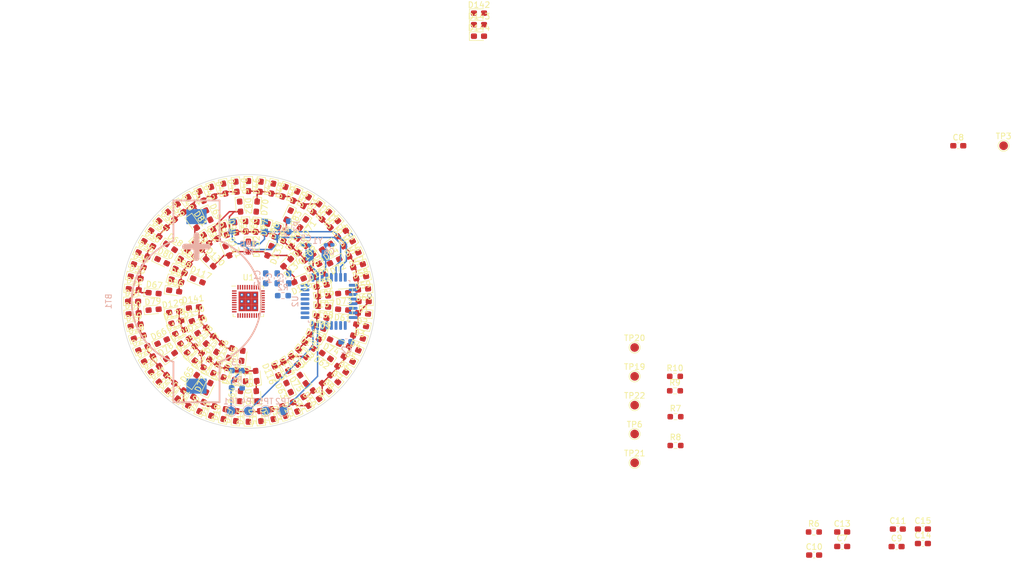
<source format=kicad_pcb>
(kicad_pcb (version 20211014) (generator pcbnew)
  (title_block (title "LED Pocketwatch Hardware") (date "2022-01-01") (rev "1"))
  (layers (0 "F.Cu" signal) (1 "In1.Cu" signal) (2 "In2.Cu" signal) (31 "B.Cu" signal) (34 "B.Paste" user) (35 "F.Paste" user) (36 "B.SilkS" user "B.Silkscreen") (37 "F.SilkS" user "F.Silkscreen") (38 "B.Mask" user) (39 "F.Mask" user) (44 "Edge.Cuts" user))
  (net 0 "")
  (net 1 "+3V3")
  (net 2 "CA1")
  (net 3 "CA2")
  (net 4 "CA3")
  (net 5 "CA4")
  (net 6 "CA5")
  (net 7 "CA6")
  (net 8 "CA7")
  (net 9 "CA8")
  (net 10 "CA9")
  (net 11 "CB1")
  (net 12 "CB2")
  (net 13 "CB3")
  (net 14 "CB4")
  (net 15 "CB5")
  (net 16 "CB6")
  (net 17 "CB7")
  (net 18 "CB8")
  (net 19 "CB9")
  (net 27 "RESET")
  (net 28 "RCC_OSC32_IN")
  (net 29 "RCC_OSC32_OUT")
  (net 30 "BOOT")
  (net 35 "GND")
  (net 36 "LED_EN")
  (net 37 "I2C_PULLUP")
  (net 38 "I2C_SDA")
  (net 39 "I2C_SCL")
  (net 40 "AUDIO_IN")
  (net 41 "AUDIO_IN_SIGAL")
  (net 42 "BTN_IN")
  (net 43 "SYS_WKUP1")
  (net 44 "C_FILT")
  (net 45 "R_EXT")
  (net 46 "INTB")
  (net 47 "SWDIO")
  (net 48 "SWCLK")
  (footprint "LED_SMD:LED_0603_1608Metric_Pad1.05x0.95mm_HandSolder" (layer "F.Cu") (at 132.730493 120.777488 56)
    (fp_text reference "D123")
    (fp_text value "LED")
  )
  (footprint "LED_SMD:LED_0603_1608Metric_Pad1.05x0.95mm_HandSolder" (layer "F.Cu") (at 153.382612 124.862896 132)
    (fp_text reference "D9")
    (fp_text value "LED")
  )
  (footprint "Capacitor_SMD:C_0603_1608Metric_Pad1.08x0.95mm_HandSolder" (layer "F.Cu") (at 257 149.49)
    (fp_text reference "C15")
    (fp_text value "1u n.b.")
  )
  (footprint "LED_SMD:LED_0603_1608Metric_Pad1.05x0.95mm_HandSolder" (layer "F.Cu") (at 133.274117 116.709134 44.92857143)
    (fp_text reference "D138")
    (fp_text value "LED")
  )
  (footprint "LED_SMD:LED_0603_1608Metric_Pad1.05x0.95mm_HandSolder" (layer "F.Cu") (at 137.742574 122.8025 80)
    (fp_text reference "D120")
    (fp_text value "LED")
  )
  (footprint "LED_SMD:LED_0603_1608Metric_Pad1.05x0.95mm_HandSolder" (layer "F.Cu") (at 123.562788 108.561931 -5)
    (fp_text reference "D67")
    (fp_text value "LED")
  )
  (footprint "LED_SMD:LED_0603_1608Metric_Pad1.05x0.95mm_HandSolder" (layer "F.Cu") (at 146.973201 124.954078 115)
    (fp_text reference "D63")
    (fp_text value "LED")
  )
  (footprint "LED_SMD:LED_0603_1608Metric_Pad1.05x0.95mm_HandSolder" (layer "F.Cu") (at 152.715918 107.297149 -168)
    (fp_text reference "D106")
    (fp_text value "LED")
  )
  (footprint "LED_SMD:LED_0603_1608Metric_Pad1.05x0.95mm_HandSolder" (layer "F.Cu") (at 154.954078 116.973201 155)
    (fp_text reference "D74")
    (fp_text value "LED")
  )
  (footprint "LED_SMD:LED_0603_1608Metric_Pad1.05x0.95mm_HandSolder" (layer "F.Cu") (at 146.180339 90.97887 -108)
    (fp_text reference "D49")
    (fp_text value "LED")
  )
  (footprint "LED_SMD:LED_0603_1608Metric_Pad1.05x0.95mm_HandSolder" (layer "F.Cu") (at 144.869885 122.05339 112)
    (fp_text reference "D116")
    (fp_text value "LED")
  )
  (footprint "LED_SMD:LED_0603_1608Metric_Pad1.05x0.95mm_HandSolder" (layer "F.Cu") (at 125.137104 123.382612 42)
    (fp_text reference "D24")
    (fp_text value "LED")
  )
  (footprint "LED_SMD:LED_0603_1608Metric_Pad1.05x0.95mm_HandSolder" (layer "F.Cu") (at 128.975375 116.88895 32)
    (fp_text reference "D126")
    (fp_text value "LED")
  )
  (footprint "LED_SMD:LED_0603_1608Metric_Pad1.05x0.95mm_HandSolder" (layer "F.Cu") (at 158.270909 118.134732 156)
    (fp_text reference "D5")
    (fp_text value "LED")
  )
  (footprint "LED_SMD:LED_0603_1608Metric_Pad1.05x0.95mm_HandSolder" (layer "F.Cu") (at 127.503598 106.416715 -16)
    (fp_text reference "D87")
    (fp_text value "LED")
  )
  (footprint "LED_SMD:LED_0603_1608Metric_Pad1.05x0.95mm_HandSolder" (layer "F.Cu") (at 136.364508 101.223145 -67.5)
    (fp_text reference "D131")
    (fp_text value "LED")
  )
  (footprint "LED_SMD:LED_0603_1608Metric_Pad1.05x0.95mm_HandSolder" (layer "F.Cu") (at 141.35887 122.928784 96)
    (fp_text reference "D118")
    (fp_text value "LED")
  )
  (footprint "LED_SMD:LED_0603_1608Metric_Pad1.05x0.95mm_HandSolder" (layer "F.Cu") (at 148.776855 106.364508 -157.5)
    (fp_text reference "D135")
    (fp_text value "LED")
  )
  (footprint "LED_SMD:LED_0603_1608Metric_Pad1.05x0.95mm_HandSolder" (layer "F.Cu") (at 131.223145 106.364508 -22.5)
    (fp_text reference "D117")
    (fp_text value "LED")
  )
  (footprint "LED_SMD:LED_0603_1608Metric_Pad1.05x0.95mm_HandSolder" (layer "F.Cu") (at 159.890437 107.909431 -174)
    (fp_text reference "D60")
    (fp_text value "LED")
  )
  (footprint "LED_SMD:LED_0603_1608Metric_Pad1.05x0.95mm_HandSolder" (layer "F.Cu") (at 143.635492 101.223145 -112.5)
    (fp_text reference "D133")
    (fp_text value "LED")
  )
  (footprint "Resistor_SMD:R_0603_1608Metric_Pad0.98x0.95mm_HandSolder" (layer "F.Cu") (at 214.0875 135)
    (fp_text reference "R8")
    (fp_text value "100k")
  )
  (footprint "LED_SMD:LED_0603_1608Metric_Pad1.05x0.95mm_HandSolder" (layer "F.Cu") (at 126.483992 119.464011 35)
    (fp_text reference "D78")
    (fp_text value "LED")
  )
  (footprint "LED_SMD:LED_0603_1608Metric_Pad1.05x0.95mm_HandSolder" (layer "F.Cu") (at 159.02113 116.180339 162)
    (fp_text reference "D4")
    (fp_text value "LED")
  )
  (footprint "LED_SMD:LED_0603_1608Metric_Pad1.05x0.95mm_HandSolder" (layer "F.Cu") (at 146.717514 103.282486 -135)
    (fp_text reference "D134")
    (fp_text value "LED")
  )
  (footprint "TestPoint:TestPoint_Pad_D1.5mm" (layer "F.Cu") (at 207 128)
    (fp_text reference "TP22")
    (fp_text value "TestPoint")
  )
  (footprint "LED_SMD:LED_0603_1608Metric_Pad1.05x0.95mm_HandSolder" (layer "F.Cu") (at 144.158233 90.437048 -102)
    (fp_text reference "D48")
    (fp_text value "LED")
  )
  (footprint "LED_SMD:LED_0603_1608Metric_Pad1.05x0.95mm_HandSolder" (layer "F.Cu") (at 148.134732 91.729091 -114)
    (fp_text reference "D50")
    (fp_text value "LED")
  )
  (footprint "LED_SMD:LED_0603_1608Metric_Pad1.05x0.95mm_HandSolder" (layer "F.Cu") (at 123.562788 111.438069 5)
    (fp_text reference "D79")
    (fp_text value "LED")
  )
  (footprint "LED_SMD:LED_0603_1608Metric_Pad1.05x0.95mm_HandSolder" (layer "F.Cu") (at 151.478318 116.10313 152)
    (fp_text reference "D111")
    (fp_text value "LED")
  )
  (footprint "LED_SMD:LED_0603_1608Metric_Pad1.05x0.95mm_HandSolder" (layer "F.Cu") (at 156.437212 111.438069 175)
    (fp_text reference "D61")
    (fp_text value "LED")
  )
  (footprint "LED_SMD:LED_0603_1608Metric_Pad1.05x0.95mm_HandSolder" (layer "F.Cu") (at 130.041423 101.643762 -40)
    (fp_text reference "D90")
    (fp_text value "LED")
  )
  (footprint "LED_SMD:LED_0603_1608Metric_Pad1.05x0.95mm_HandSolder" (layer "F.Cu") (at 120.109563 112.090569 6)
    (fp_text reference "D30")
    (fp_text value "LED")
  )
  (footprint "LED_SMD:LED_0603_1608Metric_Pad1.05x0.95mm_HandSolder" (layer "F.Cu") (at 130 92.679492 -60)
    (fp_text reference "D41")
    (fp_text value "LED")
  )
  (footprint "LED_SMD:LED_0603_1608Metric_Pad1.05x0.95mm_HandSolder" (layer "F.Cu") (at 159.02113 103.819661 -162)
    (fp_text reference "D58")
    (fp_text value "LED")
  )
  (footprint "LED_SMD:LED_0603_1608Metric_Pad1.05x0.95mm_HandSolder" (layer "F.Cu") (at 120.109563 107.909431 -6)
    (fp_text reference "D32")
    (fp_text value "LED")
  )
  (footprint "LED_SMD:LED_0603_1608Metric_Pad1.05x0.95mm_HandSolder" (layer "F.Cu") (at 128.244295 126.180339 54)
    (fp_text reference "D22")
    (fp_text value "LED")
  )
  (footprint "LED_SMD:LED_0603_1608Metric_Pad1.05x0.95mm_HandSolder" (layer "F.Cu") (at 154.862896 123.382612 138)
    (fp_text reference "D8")
    (fp_text value "LED")
  )
  (footprint "LED_SMD:LED_0603_1608Metric_Pad1.05x0.95mm_HandSolder" (layer "F.Cu") (at 120.97887 103.819661 -18)
    (fp_text reference "D34")
    (fp_text value "LED")
  )
  (footprint "LED_SMD:LED_0603_1608Metric_Pad1.05x0.95mm_HandSolder" (layer "F.Cu") (at 153.382612 95.137104 -132)
    (fp_text reference "D53")
    (fp_text value "LED")
  )
  (footprint "LED_SMD:LED_0603_1608Metric_Pad1.05x0.95mm_HandSolder" (layer "F.Cu") (at 135.98278 122.363734 72)
    (fp_text reference "D121")
    (fp_text value "LED")
  )
  (footprint "LED_SMD:LED_0603_1608Metric_Pad1.05x0.95mm_HandSolder" (layer "F.Cu") (at 122.679492 100.000001 -30)
    (fp_text reference "D36")
    (fp_text value "LED")
  )
  (footprint "LED_SMD:LED_0603_1608Metric_Pad1.05x0.95mm_HandSolder" (layer "F.Cu") (at 159.562952 114.158233 168)
    (fp_text reference "D3")
    (fp_text value "LED")
  )
  (footprint "LED_SMD:LED_0603_1608Metric_Pad1.05x0.95mm_HandSolder" (layer "F.Cu") (at 120.437048 105.841767 -12)
    (fp_text reference "D33")
    (fp_text value "LED")
  )
  (footprint "LED_SMD:LED_0603_1608Metric_Pad1.05x0.95mm_HandSolder" (layer "F.Cu") (at 150 127.320508 120)
    (fp_text reference "D11")
    (fp_text value "LED")
  )
  (footprint "LED_SMD:LED_0603_1608Metric_Pad1.05x0.95mm_HandSolder" (layer "F.Cu") (at 138.561931 126.437212 85)
    (fp_text reference "D64")
    (fp_text value "LED")
  )
  (footprint "LED_SMD:LED_0603_1608Metric_Pad1.05x0.95mm_HandSolder" (layer "F.Cu") (at 122.679492 120 30)
    (fp_text reference "D26")
    (fp_text value "LED")
  )
  (footprint "LED_SMD:LED_0603_1608Metric_Pad1.05x0.95mm_HandSolder" (layer "F.Cu") (at 141.35887 97.071216 -96)
    (fp_text reference "D97")
    (fp_text value "LED")
  )
  (footprint "LED_SMD:LED_0603_1608Metric_Pad1.05x0.95mm_HandSolder" (layer "F.Cu") (at 142.090569 90.109563 -96)
    (fp_text reference "D47")
    (fp_text value "LED")
  )
  (footprint "LED_SMD:LED_0603_1608Metric_Pad1.05x0.95mm_HandSolder" (layer "F.Cu") (at 121.729091 101.865268 -24)
    (fp_text reference "D35")
    (fp_text value "LED")
  )
  (footprint "LED_SMD:LED_0603_1608Metric_Pad1.05x0.95mm_HandSolder" (layer "F.Cu") (at 153.516008 100.535989 -145)
    (fp_text reference "D84")
    (fp_text value "LED")
  )
  (footprint "LED_SMD:LED_0603_1608Metric_Pad1.05x0.95mm_HandSolder" (layer "F.Cu") (at 123.819661 121.755705 36)
    (fp_text reference "D25")
    (fp_text value "LED")
  )
  (footprint "LED_SMD:LED_0603_1608Metric_Pad1.05x0.95mm_HandSolder" (layer "F.Cu") (at 140 100.5 -90)
    (fp_text reference "D132")
    (fp_text value "LED")
  )
  (footprint "LED_SMD:LED_0603_1608Metric_Pad1.05x0.95mm_HandSolder" (layer "F.Cu") (at 157.320508 119.999999 150)
    (fp_text reference "D6")
    (fp_text value "LED")
  )
  (footprint "LED_SMD:LED_0603_1608Metric_Pad1.05x0.95mm_HandSolder" (layer "F.Cu") (at 151.755705 93.819661 -126)
    (fp_text reference "D52")
    (fp_text value "LED")
  )
  (footprint "LED_SMD:LED_0603_1608Metric_Pad1.05x0.95mm_HandSolder" (layer "F.Cu") (at 151.755705 126.180339 126)
    (fp_text reference "D10")
    (fp_text value "LED")
  )
  (footprint "LED_SMD:LED_0603_1608Metric_Pad1.05x0.95mm_HandSolder" (layer "F.Cu") (at 139.546307 97.00792 -88)
    (fp_text reference "D96")
    (fp_text value "LED")
  )
  (footprint "LED_SMD:LED_0603_1608Metric_Pad1.05x0.95mm_HandSolder" (layer "F.Cu") (at 148.134732 128.270909 114)
    (fp_text reference "D12")
    (fp_text value "LED")
  )
  (footprint "LED_SMD:LED_0603_1608Metric_Pad1.05x0.95mm_HandSolder" (layer "F.Cu") (at 134.935672 118.037572 57.78571429)
    (fp_text reference "D137")
    (fp_text value "LED")
  )
  (footprint "LED_SMD:LED_0603_1608Metric_Pad1.05x0.95mm_HandSolder" (layer "F.Cu") (at 159.562952 105.841767 -168)
    (fp_text reference "D59")
    (fp_text value "LED")
  )
  (footprint "LED_SMD:LED_0603_1608Metric_Pad1.05x0.95mm_HandSolder" (layer "F.Cu") (at 146.180339 129.02113 108)
    (fp_text reference "D13")
    (fp_text value "LED")
  )
  (footprint "LED_SMD:LED_0603_1608Metric_Pad1.05x0.95mm_HandSolder" (layer "F.Cu") (at 131.865268 128.270909 66)
    (fp_text reference "D20")
    (fp_text value "LED")
  )
  (footprint "LED_SMD:LED_0603_1608Metric_Pad1.05x0.95mm_HandSolder" (layer "F.Cu") (at 135.841767 129.562952 78)
    (fp_text reference "D18")
    (fp_text value "LED")
  )
  (footprint "LED_SMD:LED_0603_1608Metric_Pad1.05x0.95mm_HandSolder" (layer "F.Cu") (at 133.282486 103.282486 -45)
    (fp_text reference "D130")
    (fp_text value "LED")
  )
  (footprint "LED_SMD:LED_0603_1608Metric_Pad1.05x0.95mm_HandSolder" (layer "F.Cu") (at 152.968332 109.093166 -176)
    (fp_text reference "D107")
    (fp_text value "LED")
  )
  (footprint "LED_SMD:LED_0603_1608Metric_Pad1.05x0.95mm_HandSolder" (layer "F.Cu") (at 127.126516 108.19075 -8)
    (fp_text reference "D86")
    (fp_text value "LED")
  )
  (footprint "LED_SMD:LED_0603_1608Metric_Pad1.05x0.95mm_HandSolder" (layer "F.Cu") (at 150.51722 102.358792 -144)
    (fp_text reference "D103")
    (fp_text value "LED")
  )
  (footprint "LED_SMD:LED_0603_1608Metric_Pad1.05x0.95mm_HandSolder" (layer "F.Cu") (at 156.180339 121.755705 144)
    (fp_text reference "D7")
    (fp_text value "LED")
  )
  (footprint "LED_SMD:LED_0603_1608Metric_Pad1.05x0.95mm_HandSolder" (layer "F.Cu") (at 131.301303 119.660882 48)
    (fp_text reference "D124")
    (fp_text value "LED")
  )
  (footprint "LED_SMD:LED_0603_1608Metric_Pad1.05x0.95mm_HandSolder" (layer "F.Cu") (at 137.909431 129.890437 84)
    (fp_text reference "D17")
    (fp_text value "LED")
  )
  (footprint "LED_SMD:LED_0603_1608Metric_Pad1.05x0.95mm_HandSolder" (layer "F.Cu") (at 157.320508 100 -150)
    (fp_text reference "D56")
    (fp_text value "LED")
  )
  (footprint "LED_SMD:LED_0603_1608Metric_Pad1.05x0.95mm_HandSolder" (layer "F.Cu") (at 154.954078 103.026799 -155)
    (fp_text reference "D72")
    (fp_text value "LED")
  )
  (footprint "LED_SMD:LED_0603_1608Metric_Pad1.05x0.95mm_HandSolder" (layer "F.Cu") (at 125.045922 116.973201 25)
    (fp_text reference "D66")
    (fp_text value "LED")
  )
  (footprint "Capacitor_SMD:C_0603_1608Metric_Pad1.08x0.95mm_HandSolder" (layer "F.Cu") (at 252.65 149.49)
    (fp_text reference "C11")
    (fp_text value "100n n.b.")
  )
  (footprint "Capacitor_SMD:C_0603_1608Metric_Pad1.08x0.95mm_HandSolder" (layer "F.Cu") (at 263.1375 83)
    (fp_text reference "C8")
    (fp_text value "220n n.b.")
  )
  (footprint "LED_SMD:LED_0603_1608Metric_Pad1.05x0.95mm_HandSolder" (layer "F.Cu") (at 138.92457 119.438932 83.5)
    (fp_text reference "D85")
    (fp_text value "LED")
  )
  (footprint "LED_SMD:LED_0603_1608Metric_Pad1.05x0.95mm_HandSolder" (layer "F.Cu") (at 121.729091 118.134732 24)
    (fp_text reference "D27")
    (fp_text value "LED")
  )
  (footprint "Resistor_SMD:R_0603_1608Metric_Pad0.98x0.95mm_HandSolder" (layer "F.Cu") (at 214 125.51)
    (fp_text reference "R9")
    (fp_text value "10k")
  )
  (footprint "LED_SMD:LED_0603_1608Metric_Pad1.05x0.95mm_HandSolder" (layer "F.Cu") (at 120.97887 116.180339 18)
    (fp_text reference "D28")
    (fp_text value "LED")
  )
  (footprint "LED_SMD:LED_0603_1608Metric_Pad1.05x0.95mm_HandSolder" (layer "F.Cu") (at 152.715918 112.702851 168)
    (fp_text reference "D109")
    (fp_text value "LED")
  )
  (footprint "TestPoint:TestPoint_Pad_D1.5mm" (layer "F.Cu") (at 207 133)
    (fp_text reference "TP6")
    (fp_text value "TestPoint")
  )
  (footprint "LED_SMD:LED_0603_1608Metric_Pad1.05x0.95mm_HandSolder" (layer "F.Cu") (at 128.975375 103.11105 -32)
    (fp_text reference "D89")
    (fp_text value "LED")
  )
  (footprint "LED_SMD:LED_0603_1608Metric_Pad1.05x0.95mm_HandSolder" (layer "F.Cu") (at 132.730493 99.222512 -56)
    (fp_text reference "D92")
    (fp_text value "LED")
  )
  (footprint "LED_SMD:LED_0603_1608Metric_Pad1.05x0.95mm_HandSolder" (layer "F.Cu") (at 148.003599 120.244139 128)
    (fp_text reference "D114")
    (fp_text value "LED")
  )
  (footprint "TestPoint:TestPoint_Pad_D1.5mm" (layer "F.Cu") (at 271 83)
    (fp_text reference "TP3")
    (fp_text value "TestPoint")
  )
  (footprint "LED_SMD:LED_0603_1608Metric_Pad1.05x0.95mm_HandSolder" (layer "F.Cu") (at 125.045922 103.026799 -25)
    (fp_text reference "D80")
    (fp_text value "LED")
  )
  (footprint "Capacitor_SMD:C_0603_1608Metric_Pad1.08x0.95mm_HandSolder" (layer "F.Cu") (at 243 152.51)
    (fp_text reference "C7")
    (fp_text value "100n")
  )
  (footprint "LED_SMD:LED_0603_1608Metric_Pad1.05x0.95mm_HandSolder" (layer "F.Cu") (at 180 62)
    (fp_text reference "D143")
    (fp_text value "LED")
  )
  (footprint "LED_SMD:LED_0603_1608Metric_Pad1.05x0.95mm_HandSolder" (layer "F.Cu") (at 149.351417 100.969442 -136)
    (fp_text reference "D102")
    (fp_text value "LED")
  )
  (footprint "LED_SMD:LED_0603_1608Metric_Pad1.05x0.95mm_HandSolder" (layer "F.Cu") (at 149.999999 92.679492 -120)
    (fp_text reference "D51")
    (fp_text value "LED")
  )
  (footprint "LED_SMD:LED_0603_1608Metric_Pad1.05x0.95mm_HandSolder" (layer "F.Cu") (at 146.973201 95.045922 -115)
    (fp_text reference "D83")
    (fp_text value "LED")
  )
  (footprint "Capacitor_SMD:C_0603_1608Metric_Pad1.08x0.95mm_HandSolder" (layer "F.Cu") (at 257 152)
    (fp_text reference "C14")
    (fp_text value "1u n.b.")
  )
  (footprint "LED_SMD:LED_0603_1608Metric_Pad1.05x0.95mm_HandSolder" (layer "F.Cu") (at 144.158233 129.562952 102)
    (fp_text reference "D14")
    (fp_text value "LED")
  )
  (footprint "LED_SMD:LED_0603_1608Metric_Pad1.05x0.95mm_HandSolder" (layer "F.Cu") (at 141.438069 93.562788 -95)
    (fp_text reference "D70")
    (fp_text value "LED")
  )
  (footprint "Resistor_SMD:R_0603_1608Metric_Pad0.98x0.95mm_HandSolder" (layer "F.Cu") (at 238.0875 150)
    (fp_text reference "R6")
    (fp_text value "20k")
  )
  (footprint "Capacitor_SMD:C_0603_1608Metric_Pad1.08x0.95mm_HandSolder" (layer "F.Cu") (at 252.4375 152.53)
    (fp_text reference "C9")
    (fp_text value "100n n.b.")
  )
  (footprint "LED_SMD:LED_0603_1608Metric_Pad1.05x0.95mm_HandSolder" (layer "F.Cu") (at 133.026799 124.954078 65)
    (fp_text reference "D77")
    (fp_text value "LED")
  )
  (footprint "LED_SMD:LED_0603_1608Metric_Pad1.05x0.95mm_HandSolder" (layer "F.Cu") (at 137.742574 97.1975 -80)
    (fp_text reference "D95")
    (fp_text value "LED")
  )
  (footprint "LED_SMD:LED_0603_1608Metric_Pad1.05x0.95mm_HandSolder" (layer "F.Cu") (at 126.483992 100.535989 -35)
    (fp_text reference "D68")
    (fp_text value "LED")
  )
  (footprint "LED_SMD:LED_0603_1608Metric_Pad1.05x0.95mm_HandSolder" (layer "F.Cu") (at 140 90 -90)
    (fp_text reference "D46")
    (fp_text value "LED")
  )
  (footprint "LED_SMD:LED_0603_1608Metric_Pad1.05x0.95mm_HandSolder" (layer "F.Cu") (at 153.516008 119.464011 145)
    (fp_text reference "D62")
    (fp_text value "LED")
  )
  (footprint "LED_SMD:LED_0603_1608Metric_Pad1.05x0.95mm_HandSolder" (layer "F.Cu") (at 131.949826 115.044272 32.07142857)
    (fp_text reference "D139")
    (fp_text value "LED")
  )
  (footprint "LED_SMD:LED_0603_1608Metric_Pad1.05x0.95mm_HandSolder" (layer "F.Cu") (at 127.503598 113.583285 16)
    (fp_text reference "D128")
    (fp_text value "LED")
  )
  (footprint "LED_SMD:LED_0603_1608Metric_Pad1.05x0.95mm_HandSolder" (layer "F.Cu") (at 152.216004 105.553739 -160)
    (fp_text reference "D105")
    (fp_text value "LED")
  )
  (footprint "LED_SMD:LED_0603_1608Metric_Pad1.05x0.95mm_HandSolder" (layer "F.Cu") (at 127.126516 111.80925 8)
    (fp_text reference "D129")
    (fp_text value "LED")
  )
  (footprint "Resistor_SMD:R_0603_1608Metric_Pad0.98x0.95mm_HandSolder" (layer "F.Cu") (at 214.0875 130)
    (fp_text reference "R7")
    (fp_text value "10k")
  )
  (footprint "LED_SMD:LED_0603_1608Metric_Pad1.05x0.95mm_HandSolder" (layer "F.Cu") (at 125.137104 96.617388 -42)
    (fp_text reference "D38")
    (fp_text value "LED")
  )
  (footprint "LED_SMD:LED_0603_1608Metric_Pad1.05x0.95mm_HandSolder" (layer "F.Cu") (at 154.862896 96.617388 -138)
    (fp_text reference "D54")
    (fp_text value "LED")
  )
  (footprint "LED_SMD:LED_0603_1608Metric_Pad1.05x0.95mm_HandSolder" (layer "F.Cu") (at 152.216004 114.446261 160)
    (fp_text reference "D110")
    (fp_text value "LED")
  )
  (footprint "LED_SMD:LED_0603_1608Metric_Pad1.05x0.95mm_HandSolder" (layer "F.Cu") (at 146.5 121.25833 120)
    (fp_text reference "D115")
    (fp_text value "LED")
  )
  (footprint "LED_SMD:LED_0603_1608Metric_Pad1.05x0.95mm_HandSolder" (layer "F.Cu") (at 130.535989 96.483992 -55)
    (fp_text reference "D81")
    (fp_text value "LED")
  )
  (footprint "TestPoint:TestPoint_Pad_D1.5mm" (layer "F.Cu") (at 207 138)
    (fp_text reference "TP21")
    (fp_text value "TestPoint")
  )
  (footprint "LED_SMD:LED_0603_1608Metric_Pad1.05x0.95mm_HandSolder" (layer "F.Cu") (at 130.558416 111.051892 6.357142857)
    (fp_text reference "D141")
    (fp_text value "LED")
  )
  (footprint "LED_SMD:LED_0603_1608Metric_Pad1.05x0.95mm_HandSolder" (layer "F.Cu") (at 139.546307 122.99208 88)
    (fp_text reference "D119")
    (fp_text value "LED")
  )
  (footprint "Resistor_SMD:R_0603_1608Metric_Pad0.98x0.95mm_HandSolder" (layer "F.Cu") (at 214 123)
    (fp_text reference "R10")
    (fp_text value "100k")
  )
  (footprint "LED_SMD:LED_0603_1608Metric_Pad1.05x0.95mm_HandSolder" (layer "F.Cu") (at 144.869885 97.94661 -112)
    (fp_text reference "D99")
    (fp_text value "LED")
  )
  (footprint "LED_SMD:LED_0603_1608Metric_Pad1.05x0.95mm_HandSolder" (layer "F.Cu") (at 134.301176 98.315678 -64)
    (fp_text reference "D93")
    (fp_text value "LED")
  )
  (footprint "TestPoint:TestPoint_Pad_D1.5mm" (layer "F.Cu") (at 207 118)
    (fp_text reference "TP20")
    (fp_text value "TestPoint")
  )
  (footprint "Capacitor_SMD:C_0603_1608Metric_Pad1.08x0.95mm_HandSolder" (layer "F.Cu") (at 238.1375 154)
    (fp_text reference "C10")
    (fp_text value "100n")
  )
  (footprint "LED_SMD:LED_0603_1608Metric_Pad1.05x0.95mm_HandSolder" (layer "F.Cu") (at 131.029204 113.126469 19.21428571)
    (fp_text reference "D140")
    (fp_text value "LED")
  )
  (footprint "LED_SMD:LED_0603_1608Metric_Pad1.05x0.95mm_HandSolder" (layer "F.Cu") (at 134.301176 121.684322 64)
    (fp_text reference "D122")
    (fp_text value "LED")
  )
  (footprint "LED_SMD:LED_0603_1608Metric_Pad1.05x0.95mm_HandSolder" (layer "F.Cu") (at 156.180339 98.244295 -144)
    (fp_text reference "D55")
    (fp_text value "LED")
  )
  (footprint "LED_SMD:LED_0603_1608Metric_Pad1.05x0.95mm_HandSolder" (layer "F.Cu") (at 135.98278 97.636266 -72)
    (fp_text reference "D94")
    (fp_text value "LED")
  )
  (footprint "LED_SMD:LED_0603_1608Metric_Pad1.05x0.95mm_HandSolder" (layer "F.Cu") (at 130.000001 127.320508 60)
    (fp_text reference "D21")
    (fp_text value "LED")
  )
  (footprint "LED_SMD:LED_0603_1608Metric_Pad1.05x0.95mm_HandSolder" (layer "F.Cu") (at 137.909431 90.109563 -84)
    (fp_text reference "D45")
    (fp_text value "LED")
  )
  (footprint "LED_SMD:LED_0603_1608Metric_Pad1.05x0.95mm_HandSolder" (layer "F.Cu") (at 120 110)
    (fp_text reference "D31")
    (fp_text value "LED")
  )
  (footprint "LED_SMD:LED_0603_1608Metric_Pad1.05x0.95mm_HandSolder" (layer "F.Cu") (at 142.090569 129.890437 96)
    (fp_text reference "D15")
    (fp_text value "LED")
  )
  (footprint "TestPoint:TestPoint_Pad_D1.5mm" (layer "F.Cu") (at 207 123)
    (fp_text reference "TP19")
    (fp_text value "TestPoint")
  )
  (footprint "LED_PW_HW_Library:IS31FL3732A" (layer "F.Cu") (at 140 110)
    (fp_text reference "U1")
    (fp_text value "IS31FL3732A")
  )
  (footprint "LED_SMD:LED_0603_1608Metric_Pad1.05x0.95mm_HandSolder" (layer "F.Cu") (at 140 130 90)
    (fp_text reference "D16")
    (fp_text value "LED")
  )
  (footprint "LED_SMD:LED_0603_1608Metric_Pad1.05x0.95mm_HandSolder" (layer "F.Cu") (at 143.144984 97.386156 -104)
    (fp_text reference "D98")
    (fp_text value "LED")
  )
  (footprint "LED_SMD:LED_0603_1608Metric_Pad1.05x0.95mm_HandSolder" (layer "F.Cu") (at 151.478318 103.89687 -152)
    (fp_text reference "D104")
    (fp_text value "LED")
  )
  (footprint "LED_SMD:LED_0603_1608Metric_Pad1.05x0.95mm_HandSolder" (layer "F.Cu") (at 159.890437 112.090569 174)
    (fp_text reference "D2")
    (fp_text value "LED")
  )
  (footprint "LED_SMD:LED_0603_1608Metric_Pad1.05x0.95mm_HandSolder" (layer "F.Cu") (at 128.12391 115.287576 24)
    (fp_text reference "D127")
    (fp_text value "LED")
  )
  (footprint "LED_SMD:LED_0603_1608Metric_Pad1.05x0.95mm_HandSolder" (layer "F.Cu") (at 149.464011 96.483992 -125)
    (fp_text reference "D71")
    (fp_text value "LED")
  )
  (footprint "LED_SMD:LED_0603_1608Metric_Pad1.05x0.95mm_HandSolder" (layer "F.Cu") (at 133.819661 90.97887 -72)
    (fp_text reference "D43")
    (fp_text value "LED")
  )
  (footprint "LED_SMD:LED_0603_1608Metric_Pad1.05x0.95mm_HandSolder" (layer "F.Cu") (at 126.617388 95.137104 -48)
    (fp_text reference "D39")
    (fp_text value "LED")
  )
  (footprint "LED_SMD:LED_0603_1608Metric_Pad1.05x0.95mm_HandSolder" (layer "F.Cu") (at 160 110 180)
    (fp_text reference "D1")
    (fp_text value "LED")
  )
  (footprint "LED_SMD:LED_0603_1608Metric_Pad1.05x0.95mm_HandSolder" (layer "F.Cu") (at 180 60)
    (fp_text reference "D142")
    (fp_text value "LED")
  )
  (footprint "LED_SMD:LED_0603_1608Metric_Pad1.05x0.95mm_HandSolder" (layer "F.Cu") (at 146.499999 98.74167 -120)
    (fp_text reference "D100")
    (fp_text value "LED")
  )
  (footprint "LED_SMD:LED_0603_1608Metric_Pad1.05x0.95mm_HandSolder" (layer "F.Cu") (at 133.819661 129.02113 72)
    (fp_text reference "D19")
    (fp_text value "LED")
  )
  (footprint "LED_SMD:LED_0603_1608Metric_Pad1.05x0.95mm_HandSolder" (layer "F.Cu") (at 128.244295 93.819661 -54)
    (fp_text reference "D40")
    (fp_text value "LED")
  )
  (footprint "LED_SMD:LED_0603_1608Metric_Pad1.05x0.95mm_HandSolder" (layer "F.Cu") (at 158.270909 101.865268 -156)
    (fp_text reference "D57")
    (fp_text value "LED")
  )
  (footprint "LED_SMD:LED_0603_1608Metric_Pad1.05x0.95mm_HandSolder" (layer "F.Cu") (at 131.301303 100.339118 -48)
    (fp_text reference "D91")
    (fp_text value "LED")
  )
  (footprint "LED_SMD:LED_0603_1608Metric_Pad1.05x0.95mm_HandSolder" (layer "F.Cu") (at 130.535989 123.516008 55)
    (fp_text reference "D65")
    (fp_text value "LED")
  )
  (footprint "LED_SMD:LED_0603_1608Metric_Pad1.05x0.95mm_HandSolder" (layer "F.Cu") (at 141.438069 126.437212 95)
    (fp_text reference "D76")
    (fp_text value "LED")
  )
  (footprint "LED_SMD:LED_0603_1608Metric_Pad1.05x0.95mm_HandSolder" (layer "F.Cu") (at 150.51722 117.641208 144)
    (fp_text reference "D112")
    (fp_text value "LED")
  )
  (footprint "LED_SMD:LED_0603_1608Metric_Pad1.05x0.95mm_HandSolder" (layer "F.Cu") (at 136.851173 118.962973 70.64285714)
    (fp_text reference "D136")
    (fp_text value "LED")
  )
  (footprint "LED_SMD:LED_0603_1608Metric_Pad1.05x0.95mm_HandSolder" (layer "F.Cu") (at 152.968332 110.906834 176)
    (fp_text reference "D108")
    (fp_text value "LED")
  )
  (footprint "LED_SMD:LED_0603_1608Metric_Pad1.05x0.95mm_HandSolder" (layer "F.Cu") (at 180 64)
    (fp_text reference "D144")
    (fp_text value "LED")
  )
  (footprint "Capacitor_SMD:C_0603_1608Metric_Pad1.08x0.95mm_HandSolder" (layer "F.Cu") (at 243 150)
    (fp_text reference "C13")
    (fp_text value "1u")
  )
  (footprint "LED_SMD:LED_0603_1608Metric_Pad1.05x0.95mm_HandSolder" (layer "F.Cu") (at 126.617388 124.862896 48)
    (fp_text reference "D23")
    (fp_text value "LED")
  )
  (footprint "LED_SMD:LED_0603_1608Metric_Pad1.05x0.95mm_HandSolder" (layer "F.Cu") (at 149.464011 123.516008 125)
    (fp_text reference "D75")
    (fp_text value "LED")
  )
  (footprint "LED_SMD:LED_0603_1608Metric_Pad1.05x0.95mm_HandSolder" (layer "F.Cu") (at 149.351417 119.030558 136)
    (fp_text reference "D113")
    (fp_text value "LED")
  )
  (footprint "LED_SMD:LED_0603_1608Metric_Pad1.05x0.95mm_HandSolder" (layer "F.Cu") (at 130.041423 118.356238 40)
    (fp_text reference "D125")
    (fp_text value "LED")
  )
  (footprint "LED_SMD:LED_0603_1608Metric_Pad1.05x0.95mm_HandSolder" (layer "F.Cu") (at 133.026799 95.045922 -65)
    (fp_text reference "D69")
    (fp_text value "LED")
  )
  (footprint "LED_SMD:LED_0603_1608Metric_Pad1.05x0.95mm_HandSolder" (layer "F.Cu") (at 131.865268 91.729091 -66)
    (fp_text reference "D42")
    (fp_text value "LED")
  )
  (footprint "LED_SMD:LED_0603_1608Metric_Pad1.05x0.95mm_HandSolder" (layer "F.Cu") (at 123.819661 98.244295 -36)
    (fp_text reference "D37")
    (fp_text value "LED")
  )
  (footprint "LED_SMD:LED_0603_1608Metric_Pad1.05x0.95mm_HandSolder" (layer "F.Cu") (at 138.561931 93.562788 -85)
    (fp_text reference "D82")
    (fp_text value "LED")
  )
  (footprint "LED_SMD:LED_0603_1608Metric_Pad1.05x0.95mm_HandSolder" (layer "F.Cu") (at 128.12391 104.712424 -24)
    (fp_text reference "D88")
    (fp_text value "LED")
  )
  (footprint "LED_SMD:LED_0603_1608Metric_Pad1.05x0.95mm_HandSolder" (layer "F.Cu") (at 148.003599 99.755861 -128)
    (fp_text reference "D101")
    (fp_text value "LED")
  )
  (footprint "LED_SMD:LED_0603_1608Metric_Pad1.05x0.95mm_HandSolder" (layer "F.Cu") (at 120.437048 114.158233 12)
    (fp_text reference "D29")
    (fp_text value "LED")
  )
  (footprint "LED_SMD:LED_0603_1608Metric_Pad1.05x0.95mm_HandSolder" (layer "F.Cu") (at 135.841767 90.437048 -78)
    (fp_text reference "D44")
    (fp_text value "LED")
  )
  (footprint "LED_SMD:LED_0603_1608Metric_Pad1.05x0.95mm_HandSolder" (layer "F.Cu") (at 156.437212 108.561931 -175)
    (fp_text reference "D73")
    (fp_text value "LED")
  )
  (footprint "Capacitor_SMD:C_0603_1608Metric_Pad1.08x0.95mm_HandSolder" (layer "B.Cu") (at 138 122 180)
    (fp_text reference "C3")
    (fp_text value "100n")
  )
  (footprint "Capacitor_SMD:C_0603_1608Metric_Pad1.08x0.95mm_HandSolder" (layer "B.Cu") (at 157 117)
    (fp_text reference "C2")
    (fp_text value "100n")
  )
  (footprint "Resistor_SMD:R_0603_1608Metric_Pad0.98x0.95mm_HandSolder" (layer "B.Cu") (at 147 97 90)
    (fp_text reference "R3")
    (fp_text value "100k")
  )
  (footprint "LED_PW_HW_Library:Switch-DifferentPadNr" (layer "B.Cu") (at 140 97)
    (fp_text reference "SW1")
    (fp_text value "SW_MEC_5E")
  )
  (footprint "LED_PW_HW_Library:ECX-34Q" (layer "B.Cu") (at 152 102 180)
    (fp_text reference "Y1")
    (fp_text value "Crystal")
  )
  (footprint "Resistor_SMD:R_0603_1608Metric_Pad0.98x0.95mm_HandSolder" (layer "B.Cu") (at 145 98 90)
    (fp_text reference "R4")
    (fp_text value "100k")
  )
  (footprint "TestPoint:TestPoint_Pad_D1.5mm" (layer "B.Cu") (at 146 129 180)
    (fp_text reference "TP2")
    (fp_text value "TestPoint")
  )
  (footprint "Capacitor_SMD:C_0402_1005Metric_Pad0.74x0.62mm_HandSolder" (layer "B.Cu") (at 150 100.2 180)
    (fp_text reference "C5")
    (fp_text value "4p3")
  )
  (footprint "TestPoint:TestPoint_Pad_D1.5mm" (layer "B.Cu") (at 143 129 180)
    (fp_text reference "TP5")
    (fp_text value "TestPoint")
  )
  (footprint "Resistor_SMD:R_0603_1608Metric_Pad0.98x0.95mm_HandSolder" (layer "B.Cu") (at 146 109 180)
    (fp_text reference "R2")
    (fp_text value "100k")
  )
  (footprint "TestPoint:TestPoint_Pad_D1.5mm" (layer "B.Cu") (at 140 129 180)
    (fp_text reference "TP4")
    (fp_text value "TestPoint")
  )
  (footprint "Resistor_SMD:R_0603_1608Metric_Pad0.98x0.95mm_HandSolder" (layer "B.Cu") (at 140 100)
    (fp_text reference "R5")
    (fp_text value "n.b.")
  )
  (footprint "TestPoint:TestPoint_Pad_D1.5mm" (layer "B.Cu") (at 137 129 180)
    (fp_text reference "TP1")
    (fp_text value "TestPoint")
  )
  (footprint "Package_QFP:LQFP-32_7x7mm_P0.8mm" (layer "B.Cu") (at 154 110 -90)
    (fp_text reference "U2")
    (fp_text value "STM32L031K6Tx")
  )
  (footprint "Resistor_SMD:R_0603_1608Metric_Pad0.98x0.95mm_HandSolder" (layer "B.Cu") (at 138 125 180)
    (fp_text reference "R1")
    (fp_text value "100k")
  )
  (footprint "Capacitor_SMD:C_0603_1608Metric_Pad1.08x0.95mm_HandSolder" (layer "B.Cu") (at 143 106 -90)
    (fp_text reference "C12")
    (fp_text value "100n n.b.")
  )
  (footprint "Capacitor_SMD:C_0603_1608Metric_Pad1.08x0.95mm_HandSolder" (layer "B.Cu") (at 145 106 -90)
    (fp_text reference "C4")
    (fp_text value "1u")
  )
  (footprint "Capacitor_SMD:C_0603_1608Metric_Pad1.08x0.95mm_HandSolder" (layer "B.Cu") (at 147 106 -90)
    (fp_text reference "C1")
    (fp_text value "100n")
  )
  (footprint "LED_PW_HW_Library:SMTU2032-LF" (layer "B.Cu") (at 131 110 -90)
    (fp_text reference "BT1")
    (fp_text value "Battery_Holder")
  )
  (footprint "Capacitor_SMD:C_0402_1005Metric_Pad0.74x0.62mm_HandSolder" (layer "B.Cu") (at 154 100.2)
    (fp_text reference "C6")
    (fp_text value "4p3")
  )
  (gr_circle (center 140 110) (end 140 88) (layer "Edge.Cuts") (width 0.1) (fill none))
  (segment (start 158.188956 117.061438) (end 157.471557 117.778837) (width 0.25) (layer "F.Cu") (net 2))
  (segment (start 157.471557 118.653678) (end 156.562736 119.562499) (width 0.25) (layer "F.Cu") (net 2))
  (segment (start 158.188956 115.909949) (end 158.188956 117.061438) (width 0.25) (layer "F.Cu") (net 2))
  (segment (start 156.930644 97.729983) (end 157.725888 98.525227) (width 0.25) (layer "F.Cu") (net 2))
  (segment (start 155.472449 121.241393) (end 155.472449 121.537318) (width 0.25) (layer "F.Cu") (net 2))
  (segment (start 157.471557 117.778837) (end 157.471557 118.653678) (width 0.25) (layer "F.Cu") (net 2))
  (segment (start 158.707073 115.391832) (end 158.188956 115.909949) (width 0.25) (layer "F.Cu") (net 2))
  (segment (start 156.562736 120.151106) (end 155.472449 121.241393) (width 0.25) (layer "F.Cu") (net 2))
  (segment (start 156.562736 119.562499) (end 156.562736 120.151106) (width 0.25) (layer "F.Cu") (net 2))
  (segment (start 152.797123 126.361123) (end 152.270017 126.888229) (width 0.25) (layer "F.Cu") (net 2))
  (segment (start 155.472449 121.537318) (end 154.212644 122.797123) (width 0.25) (layer "F.Cu") (net 2))
  (segment (start 161 109.875) (end 160.875 110) (width 0.25) (layer "F.Cu") (net 2))
  (segment (start 159.02023 111.999107) (end 159.02023 113.663153) (width 0.25) (layer "F.Cu") (net 2))
  (segment (start 156.888229 97.729983) (end 156.930644 97.729983) (width 0.25) (layer "F.Cu") (net 2))
  (segment (start 160.875 110.144337) (end 159.02023 111.999107) (width 0.25) (layer "F.Cu") (net 2))
  (segment (start 152.797123 124.212644) (end 152.797123 126.361123) (width 0.25) (layer "F.Cu") (net 2))
  (segment (start 161 109) (end 161 109.875) (width 0.25) (layer "F.Cu") (net 2))
  (segment (start 154.212644 122.797123) (end 152.797123 124.212644) (width 0.25) (layer "F.Cu") (net 2))
  (segment (start 158.707073 113.97631) (end 158.707073 115.391832) (width 0.25) (layer "F.Cu") (net 2))
  (segment (start 159.02023 113.663153) (end 158.707073 113.97631) (width 0.25) (layer "F.Cu") (net 2))
  (segment (start 160.875 110) (end 160.875 110.144337) (width 0.25) (layer "F.Cu") (net 2))
  (via (at 161 109) (size 0.8) (drill 0.4) (layers "F.Cu" "B.Cu") (net 2))
  (via (at 157.725888 98.525227) (size 0.8) (drill 0.4) (layers "F.Cu" "B.Cu") (net 2))
  (segment (start 141.999107 129.02023) (end 143.663153 129.02023) (width 0.25) (layer "F.Cu") (net 3))
  (segment (start 141.894337 129.125) (end 141.999107 129.02023) (width 0.25) (layer "F.Cu") (net 3))
  (segment (start 138.105663 129.125) (end 138.000893 129.02023) (width 0.25) (layer "F.Cu") (net 3))
  (segment (start 145.391832 128.707073) (end 145.909949 128.188956) (width 0.25) (layer "F.Cu") (net 3))
  (segment (start 147.778837 127.471557) (end 148.38556 128.07828) (width 0.25) (layer "F.Cu") (net 3))
  (segment (start 143.97631 128.707073) (end 145.391832 128.707073) (width 0.25) (layer "F.Cu") (net 3))
  (segment (start 140 129.125) (end 138.105663 129.125) (width 0.25) (layer "F.Cu") (net 3))
  (segment (start 138.000893 129.02023) (end 136.336847 129.02023) (width 0.25) (layer "F.Cu") (net 3))
  (segment (start 136.336847 129.02023) (end 136.02369 128.707073) (width 0.25) (layer "F.Cu") (net 3))
  (segment (start 147.061438 128.188956) (end 147.778837 127.471557) (width 0.25) (layer "F.Cu") (net 3))
  (segment (start 148.38556 128.07828) (end 150.4375 128.07828) (width 0.25) (layer "F.Cu") (net 3))
  (segment (start 143.663153 129.02023) (end 143.97631 128.707073) (width 0.25) (layer "F.Cu") (net 3))
  (segment (start 145.909949 128.188956) (end 147.061438 128.188956) (width 0.25) (layer "F.Cu") (net 3))
  (segment (start 140 129.125) (end 141.894337 129.125) (width 0.25) (layer "F.Cu") (net 3))
  (segment (start 128.462682 125.472449) (end 127.202877 124.212644) (width 0.25) (layer "F.Cu") (net 4))
  (segment (start 124.527551 121.537318) (end 125.787356 122.797123) (width 0.25) (layer "F.Cu") (net 4))
  (segment (start 128.758607 127.274386) (end 128.758607 125.472449) (width 0.25) (layer "F.Cu") (net 4))
  (segment (start 123.437264 119.5625) (end 123.437264 120.151106) (width 0.25) (layer "F.Cu") (net 4))
  (segment (start 122.528443 118.653679) (end 123.437264 119.5625) (width 0.25) (layer "F.Cu") (net 4))
  (segment (start 124.527551 121.241393) (end 124.527551 121.537318) (width 0.25) (layer "F.Cu") (net 4))
  (segment (start 125.787356 122.797123) (end 127.202877 124.212644) (width 0.25) (layer "F.Cu") (net 4))
  (segment (start 149.5625 126.562736) (end 150.151106 126.562736) (width 0.25) (layer "F.Cu") (net 4))
  (segment (start 129.562501 128.07828) (end 128.758607 127.274386) (width 0.25) (layer "F.Cu") (net 4))
  (segment (start 128.758607 125.472449) (end 128.462682 125.472449) (width 0.25) (layer "F.Cu") (net 4))
  (segment (start 150.151106 126.562736) (end 151.241393 125.472449) (width 0.25) (layer "F.Cu") (net 4))
  (segment (start 122.528443 117.778837) (end 122.528443 118.653679) (width 0.25) (layer "F.Cu") (net 4))
  (segment (start 123.437264 120.151106) (end 124.527551 121.241393) (width 0.25) (layer "F.Cu") (net 4))
  (segment (start 121.811044 104.090051) (end 121.811044 102.938562) (width 0.25) (layer "F.Cu") (net 5))
  (segment (start 132.221163 127.471557) (end 131.346322 127.471557) (width 0.25) (layer "F.Cu") (net 5))
  (segment (start 119.125 110) (end 119.125 109.855663) (width 0.25) (layer "F.Cu") (net 5))
  (segment (start 119.125 109.855663) (end 120.97977 108.000893) (width 0.25) (layer "F.Cu") (net 5))
  (segment (start 131.346322 127.471557) (end 130.437501 126.562736) (width 0.25) (layer "F.Cu") (net 5))
  (segment (start 122.691118 108.48567) (end 121.464547 108.48567) (width 0.25) (layer "F.Cu") (net 5))
  (segment (start 121.292927 106.02369) (end 121.292927 104.608168) (width 0.25) (layer "F.Cu") (net 5))
  (segment (start 121.464547 108.48567) (end 120.97977 108.000893) (width 0.25) (layer "F.Cu") (net 5))
  (segment (start 122.528443 102.221163) (end 122.528443 101.346322) (width 0.25) (layer "F.Cu") (net 5))
  (segment (start 121.811044 102.938562) (end 122.528443 102.221163) (width 0.25) (layer "F.Cu") (net 5))
  (segment (start 121.292927 104.608168) (end 121.811044 104.090051) (width 0.25) (layer "F.Cu") (net 5))
  (segment (start 120.97977 106.336847) (end 121.292927 106.02369) (width 0.25) (layer "F.Cu") (net 5))
  (segment (start 132.938562 128.188956) (end 132.221163 127.471557) (width 0.25) (layer "F.Cu") (net 5))
  (segment (start 134.090051 128.188956) (end 132.938562 128.188956) (width 0.25) (layer "F.Cu") (net 5))
  (segment (start 120.97977 108.000893) (end 120.97977 106.336847) (width 0.25) (layer "F.Cu") (net 5))
  (segment (start 122.528443 101.346322) (end 123.437264 100.437501) (width 0.25) (layer "F.Cu") (net 5))
  (segment (start 136.336847 90.97977) (end 136.02369 91.292927) (width 0.25) (layer "F.Cu") (net 6))
  (segment (start 120.97977 111.999107) (end 120.97977 113.663153) (width 0.25) (layer "F.Cu") (net 6))
  (segment (start 134.608168 91.292927) (end 134.090051 91.811044) (width 0.25) (layer "F.Cu") (net 6))
  (segment (start 121.292927 113.97631) (end 121.292927 115.391832) (width 0.25) (layer "F.Cu") (net 6))
  (segment (start 136.02369 91.292927) (end 134.608168 91.292927) (width 0.25) (layer "F.Cu") (net 6))
  (segment (start 138.000893 90.97977) (end 136.336847 90.97977) (width 0.25) (layer "F.Cu") (net 6))
  (segment (start 134.090051 91.811044) (end 132.938562 91.811044) (width 0.25) (layer "F.Cu") (net 6))
  (segment (start 132.938562 91.811044) (end 132.221163 92.528443) (width 0.25) (layer "F.Cu") (net 6))
  (segment (start 120.875 111.894337) (end 120.97977 111.999107) (width 0.25) (layer "F.Cu") (net 6))
  (segment (start 121.292927 115.391832) (end 121.811044 115.909949) (width 0.25) (layer "F.Cu") (net 6))
  (segment (start 120.97977 113.663153) (end 121.292927 113.97631) (width 0.25) (layer "F.Cu") (net 6))
  (segment (start 120.875 110) (end 120.875 111.894337) (width 0.25) (layer "F.Cu") (net 6))
  (segment (start 129.848894 93.437264) (end 128.758607 94.527551) (width 0.25) (layer "F.Cu") (net 7))
  (segment (start 131.509373 91.915437) (end 130.4375 92.98731) (width 0.25) (layer "F.Cu") (net 7))
  (segment (start 128.758607 94.527551) (end 128.462682 94.527551) (width 0.25) (layer "F.Cu") (net 7))
  (segment (start 151.241393 94.527551) (end 151.537318 94.527551) (width 0.25) (layer "F.Cu") (net 7))
  (segment (start 124.527551 98.758607) (end 124.527551 98.462682) (width 0.25) (layer "F.Cu") (net 7))
  (segment (start 131.253139 94.252903) (end 130.4375 93.437264) (width 0.25) (layer "F.Cu") (net 7))
  (segment (start 131.509373 90.929739) (end 131.509373 91.915437) (width 0.25) (layer "F.Cu") (net 7))
  (segment (start 124.527551 98.462682) (end 125.787356 97.202877) (width 0.25) (layer "F.Cu") (net 7))
  (segment (start 128.462682 94.527551) (end 127.202877 95.787356) (width 0.25) (layer "F.Cu") (net 7))
  (segment (start 130.4375 92.98731) (end 130.4375 93.437264) (width 0.25) (layer "F.Cu") (net 7))
  (segment (start 132.657008 94.252903) (end 131.253139 94.252903) (width 0.25) (layer "F.Cu") (net 7))
  (segment (start 151.537318 94.527551) (end 152.797123 95.787356) (width 0.25) (layer "F.Cu") (net 7))
  (segment (start 130.4375 93.437264) (end 129.848894 93.437264) (width 0.25) (layer "F.Cu") (net 7))
  (segment (start 125.787356 97.202877) (end 127.202877 95.787356) (width 0.25) (layer "F.Cu") (net 7))
  (segment (start 152.797123 95.787356) (end 154.212644 97.202877) (width 0.25) (layer "F.Cu") (net 7))
  (segment (start 141.51433 91.464547) (end 141.999107 90.97977) (width 0.25) (layer "F.Cu") (net 8))
  (segment (start 140 90.875) (end 141.894337 90.875) (width 0.25) (layer "F.Cu") (net 8))
  (segment (start 145.391832 91.292927) (end 145.909949 91.811044) (width 0.25) (layer "F.Cu") (net 8))
  (segment (start 148.653678 92.528443) (end 149.562499 93.437264) (width 0.25) (layer "F.Cu") (net 8))
  (segment (start 147.778837 92.528443) (end 148.653678 92.528443) (width 0.25) (layer "F.Cu") (net 8))
  (segment (start 141.51433 92.691118) (end 141.51433 91.464547) (width 0.25) (layer "F.Cu") (net 8))
  (segment (start 152.270017 93.111771) (end 149.887992 93.111771) (width 0.25) (layer "F.Cu") (net 8))
  (segment (start 147.061438 91.811044) (end 147.778837 92.528443) (width 0.25) (layer "F.Cu") (net 8))
  (segment (start 141.999107 90.97977) (end 143.663153 90.97977) (width 0.25) (layer "F.Cu") (net 8))
  (segment (start 145.909949 91.811044) (end 147.061438 91.811044) (width 0.25) (layer "F.Cu") (net 8))
  (segment (start 143.97631 91.292927) (end 145.391832 91.292927) (width 0.25) (layer "F.Cu") (net 8))
  (segment (start 141.894337 90.875) (end 141.999107 90.97977) (width 0.25) (layer "F.Cu") (net 8))
  (segment (start 149.887992 93.111771) (end 149.562499 93.437264) (width 0.25) (layer "F.Cu") (net 8))
  (segment (start 143.663153 90.97977) (end 143.97631 91.292927) (width 0.25) (layer "F.Cu") (net 8))
  (segment (start 157.471557 102.221163) (end 157.471557 101.346321) (width 0.25) (layer "F.Cu") (net 9))
  (segment (start 159.02023 106.336847) (end 158.707073 106.02369) (width 0.25) (layer "F.Cu") (net 9))
  (segment (start 159.02023 108.000893) (end 159.02023 106.336847) (width 0.25) (layer "F.Cu") (net 9))
  (segment (start 158.188956 104.090051) (end 158.188956 102.938562) (width 0.25) (layer "F.Cu") (net 9))
  (segment (start 156.562736 100.4375) (end 156.562736 99.848894) (width 0.25) (layer "F.Cu") (net 9))
  (segment (start 158.707073 106.02369) (end 158.707073 104.608168) (width 0.25) (layer "F.Cu") (net 9))
  (segment (start 157.471557 101.346321) (end 156.562736 100.4375) (width 0.25) (layer "F.Cu") (net 9))
  (segment (start 158.188956 102.938562) (end 157.471557 102.221163) (width 0.25) (layer "F.Cu") (net 9))
  (segment (start 156.562736 99.848894) (end 155.472449 98.758607) (width 0.25) (layer "F.Cu") (net 9))
  (segment (start 158.707073 104.608168) (end 158.188956 104.090051) (width 0.25) (layer "F.Cu") (net 9))
  (segment (start 130.715814 99.688866) (end 130.715814 97.522804) (width 0.25) (layer "F.Cu") (net 11))
  (segment (start 141.361808 125.565542) (end 141.361808 123.887515) (width 0.25) (layer "F.Cu") (net 11))
  (segment (start 141.361808 123.887515) (end 141.450332 123.798991) (width 0.25) (layer "F.Cu") (net 11))
  (segment (start 130.715814 97.522804) (end 131.037868 97.20075) (width 0.25) (layer "F.Cu") (net 11))
  (segment (start 128.923262 104.368884) (end 129.717417 103.574729) (width 0.25) (layer "F.Cu") (net 12))
  (segment (start 127.993001 107.009599) (end 128.344702 106.657898) (width 0.25) (layer "F.Cu") (net 12))
  (segment (start 128.344702 105.646879) (end 128.923262 105.068319) (width 0.25) (layer "F.Cu") (net 12))
  (segment (start 127.993001 108.312526) (end 127.993001 107.009599) (width 0.25) (layer "F.Cu") (net 12))
  (segment (start 128.344702 106.657898) (end 128.344702 105.646879) (width 0.25) (layer "F.Cu") (net 12))
  (segment (start 130.711712 102.206201) (end 130.711712 100.929885) (width 0.25) (layer "F.Cu") (net 12))
  (segment (start 128.923262 105.068319) (end 128.923262 104.368884) (width 0.25) (layer "F.Cu") (net 12))
  (segment (start 130.711712 100.929885) (end 132.241199 99.400398) (width 0.25) (layer "F.Cu") (net 12))
  (segment (start 130.711712 102.206201) (end 130.711712 102.580434) (width 0.25) (layer "F.Cu") (net 12))
  (segment (start 130.711712 102.580434) (end 129.717417 103.574729) (width 0.25) (layer "F.Cu") (net 12))
  (segment (start 132.241199 99.400398) (end 132.241199 98.497104) (width 0.25) (layer "F.Cu") (net 12))
  (segment (start 138.071336 97.882387) (end 137.894516 98.059207) (width 0.25) (layer "F.Cu") (net 13))
  (segment (start 139.576844 97.882387) (end 138.071336 97.882387) (width 0.25) (layer "F.Cu") (net 13))
  (segment (start 136.662403 98.059207) (end 136.25317 98.46844) (width 0.25) (layer "F.Cu") (net 13))
  (segment (start 141.267408 97.941423) (end 142.63956 97.941423) (width 0.25) (layer "F.Cu") (net 13))
  (segment (start 144.542104 98.757896) (end 144.903406 98.757896) (width 0.25) (layer "F.Cu") (net 13))
  (segment (start 136.709618 94.434458) (end 138.638192 94.434458) (width 0.25) (layer "F.Cu") (net 13))
  (segment (start 139.63588 97.941423) (end 139.576844 97.882387) (width 0.25) (layer "F.Cu") (net 13))
  (segment (start 136.25317 98.46844) (end 136.712909 98.008701) (width 0.25) (layer "F.Cu") (net 13))
  (segment (start 133.917601 97.529233) (end 133.917601 97.226475) (width 0.25) (layer "F.Cu") (net 13))
  (segment (start 144.903406 98.757896) (end 146.60341 97.057892) (width 0.25) (layer "F.Cu") (net 13))
  (segment (start 136.712909 95.287091) (end 137.565542 94.434458) (width 0.25) (layer "F.Cu") (net 13))
  (segment (start 144.019373 98.235165) (end 144.542104 98.757896) (width 0.25) (layer "F.Cu") (net 13))
  (segment (start 142.63956 97.941423) (end 142.933302 98.235165) (width 0.25) (layer "F.Cu") (net 13))
  (segment (start 141.267408 97.941423) (end 139.63588 97.941423) (width 0.25) (layer "F.Cu") (net 13))
  (segment (start 137.565542 94.434458) (end 138.638192 94.434458) (width 0.25) (layer "F.Cu") (net 13))
  (segment (start 146.60341 97.057892) (end 146.60341 95.838941) (width 0.25) (layer "F.Cu") (net 13))
  (segment (start 142.933302 98.235165) (end 144.019373 98.235165) (width 0.25) (layer "F.Cu") (net 13))
  (segment (start 137.894516 98.059207) (end 136.662403 98.059207) (width 0.25) (layer "F.Cu") (net 13))
  (segment (start 136.712909 98.008701) (end 136.712909 95.287091) (width 0.25) (layer "F.Cu") (net 13))
  (segment (start 133.917601 97.226475) (end 136.709618 94.434458) (width 0.25) (layer "F.Cu") (net 13))
  (segment (start 151.860039 106.319273) (end 151.393773 105.853007) (width 0.25) (layer "F.Cu") (net 14))
  (segment (start 151.393773 104.995692) (end 150.705739 104.307658) (width 0.25) (layer "F.Cu") (net 14))
  (segment (start 132.663768 102.663768) (end 132.663768 101.766346) (width 0.25) (layer "F.Cu") (net 14))
  (segment (start 135.332001 97.184481) (end 135.332001 98.454873) (width 0.25) (layer "F.Cu") (net 14))
  (segment (start 134.684751 99.102123) (end 134.065584 99.102123) (width 0.25) (layer "F.Cu") (net 14))
  (segment (start 152.095463 107.714496) (end 151.860039 107.479072) (width 0.25) (layer "F.Cu") (net 14))
  (segment (start 132.663768 101.766346) (end 131.886792 100.98937) (width 0.25) (layer "F.Cu") (net 14))
  (segment (start 151.860039 107.479072) (end 151.860039 106.319273) (width 0.25) (layer "F.Cu") (net 14))
  (segment (start 135.71239 96.804092) (end 135.332001 97.184481) (width 0.25) (layer "F.Cu") (net 14))
  (segment (start 152.095463 109.154203) (end 152.095463 107.714496) (width 0.25) (layer "F.Cu") (net 14))
  (segment (start 134.065584 99.102123) (end 133.219787 99.94792) (width 0.25) (layer "F.Cu") (net 14))
  (segment (start 152.095463 110.845797) (end 152.095463 109.154203) (width 0.25) (layer "F.Cu") (net 14))
  (segment (start 151.22511 103.788287) (end 151.22511 101.84448) (width 0.25) (layer "F.Cu") (net 14))
  (segment (start 150.705739 104.307658) (end 151.22511 103.788287) (width 0.25) (layer "F.Cu") (net 14))
  (segment (start 135.332001 98.454873) (end 134.684751 99.102123) (width 0.25) (layer "F.Cu") (net 14))
  (segment (start 151.393773 105.853007) (end 151.393773 104.995692) (width 0.25) (layer "F.Cu") (net 14))
  (segment (start 132.928242 99.94792) (end 131.886792 100.98937) (width 0.25) (layer "F.Cu") (net 14))
  (segment (start 133.219787 99.94792) (end 132.928242 99.94792) (width 0.25) (layer "F.Cu") (net 14))
  (segment (start 147.464895 100.44537) (end 147.008427 100.44537) (width 0.25) (layer "F.Cu") (net 15))
  (segment (start 146.0625 120.500558) (end 146.518967 120.500558) (width 0.25) (layer "F.Cu") (net 15))
  (segment (start 147.008427 100.44537) (end 146.062499 99.499442) (width 0.25) (layer "F.Cu") (net 15))
  (segment (start 144.542104 121.242104) (end 145.320954 121.242104) (width 0.25) (layer "F.Cu") (net 15))
  (segment (start 148.596793 101.577268) (end 147.464895 100.44537) (width 0.25) (layer "F.Cu") (net 15))
  (segment (start 145.320954 121.242104) (end 146.0625 120.500558) (width 0.25) (layer "F.Cu") (net 15))
  (segment (start 146.518967 120.500558) (end 147.464895 119.55463) (width 0.25) (layer "F.Cu") (net 15))
  (segment (start 147.464895 119.55463) (end 149.897085 119.55463) (width 0.25) (layer "F.Cu") (net 15))
  (segment (start 149.897085 119.55463) (end 149.980839 119.638384) (width 0.25) (layer "F.Cu") (net 15))
  (segment (start 149.80933 102.873104) (end 149.80933 102.664603) (width 0.25) (layer "F.Cu") (net 15))
  (segment (start 148.721995 101.577268) (end 148.596793 101.577268) (width 0.25) (layer "F.Cu") (net 15))
  (segment (start 149.80933 102.664603) (end 148.721995 101.577268) (width 0.25) (layer "F.Cu") (net 15))
  (segment (start 151.860039 113.680727) (end 151.393773 114.146993) (width 0.25) (layer "F.Cu") (net 16))
  (segment (start 148.721995 118.214231) (end 149.80933 117.126896) (width 0.25) (layer "F.Cu") (net 16))
  (segment (start 130.711712 117.793799) (end 130.711712 117.83555) (width 0.25) (layer "F.Cu") (net 16))
  (segment (start 149.80933 117.126896) (end 149.80933 116.588751) (width 0.25) (layer "F.Cu") (net 16))
  (segment (start 131.886792 119.01063) (end 131.886792 121.148489) (width 0.25) (layer "F.Cu") (net 16))
  (segment (start 149.80933 116.588751) (end 150.705739 115.692342) (width 0.25) (layer "F.Cu") (net 16))
  (segment (start 151.393773 114.146993) (end 151.393773 115.004308) (width 0.25) (layer "F.Cu") (net 16))
  (segment (start 129.717417 116.799504) (end 130.711712 117.793799) (width 0.25) (layer "F.Cu") (net 16))
  (segment (start 129.717417 116.425271) (end 129.717417 116.799504) (width 0.25) (layer "F.Cu") (net 16))
  (segment (start 130.711712 117.83555) (end 131.886792 119.01063) (width 0.25) (layer "F.Cu") (net 16))
  (segment (start 151.393773 115.004308) (end 150.705739 115.692342) (width 0.25) (layer "F.Cu") (net 16))
  (segment (start 151.860039 112.520928) (end 151.860039 113.680727) (width 0.25) (layer "F.Cu") (net 16))
  (segment (start 148.721995 118.422732) (end 148.721995 118.214231) (width 0.25) (layer "F.Cu") (net 16))
  (segment (start 131.886792 121.148489) (end 132.241199 121.502896) (width 0.25) (layer "F.Cu") (net 16))
  (segment (start 141.267408 122.058577) (end 139.63588 122.058577) (width 0.25) (layer "F.Cu") (net 17))
  (segment (start 139.576844 122.117613) (end 138.071336 122.117613) (width 0.25) (layer "F.Cu") (net 17))
  (segment (start 139.63588 122.058577) (end 139.576844 122.117613) (width 0.25) (layer "F.Cu") (net 17))
  (segment (start 136.25317 121.53156) (end 135.318434 121.53156) (width 0.25) (layer "F.Cu") (net 17))
  (segment (start 134.684751 120.897877) (end 134.065584 120.897877) (width 0.25) (layer "F.Cu") (net 17))
  (segment (start 136.662403 121.940793) (end 136.25317 121.53156) (width 0.25) (layer "F.Cu") (net 17))
  (segment (start 147.96846 106.699356) (end 147.96846 105.770868) (width 0.25) (layer "F.Cu") (net 17))
  (segment (start 138.071336 122.117613) (end 137.894516 121.940793) (width 0.25) (layer "F.Cu") (net 17))
  (segment (start 147.96846 105.770868) (end 146.098796 103.901204) (width 0.25) (layer "F.Cu") (net 17))
  (segment (start 134.065584 120.897877) (end 133.219787 120.05208) (width 0.25) (layer "F.Cu") (net 17))
  (segment (start 135.318434 121.53156) (end 134.684751 120.897877) (width 0.25) (layer "F.Cu") (net 17))
  (segment (start 137.894516 121.940793) (end 136.662403 121.940793) (width 0.25) (layer "F.Cu") (net 17))
  (segment (start 146.704004 102.03154) (end 147.336232 102.663768) (width 0.25) (layer "F.Cu") (net 18))
  (segment (start 142.644104 101.375) (end 143.300644 102.03154) (width 0.25) (layer "F.Cu") (net 18))
  (segment (start 140 101.375) (end 142.644104 101.375) (width 0.25) (layer "F.Cu") (net 18))
  (segment (start 136.699356 102.03154) (end 135.770868 102.03154) (width 0.25) (layer "F.Cu") (net 18))
  (segment (start 128.344702 113.342102) (end 128.344702 114.353121) (width 0.25) (layer "F.Cu") (net 18))
  (segment (start 127.993001 111.687474) (end 127.993001 112.990401) (width 0.25) (layer "F.Cu") (net 18))
  (segment (start 128.344702 114.353121) (end 128.923262 114.931681) (width 0.25) (layer "F.Cu") (net 18))
  (segment (start 127.993001 112.990401) (end 128.344702 113.342102) (width 0.25) (layer "F.Cu") (net 18))
  (segment (start 137.355896 101.375) (end 136.699356 102.03154) (width 0.25) (layer "F.Cu") (net 18))
  (segment (start 140 101.375) (end 137.355896 101.375) (width 0.25) (layer "F.Cu") (net 18))
  (segment (start 135.770868 102.03154) (end 133.901204 103.901204) (width 0.25) (layer "F.Cu") (net 18))
  (segment (start 143.300644 102.03154) (end 146.704004 102.03154) (width 0.25) (layer "F.Cu") (net 18))
  (segment (start 136.24229 118.137436) (end 135.402123 117.297269) (width 0.25) (layer "F.Cu") (net 19))
  (segment (start 137.141197 118.137436) (end 136.24229 118.137436) (width 0.25) (layer "F.Cu") (net 19))
  (segment (start 131.855462 113.743841) (end 132.691289 114.579668) (width 0.25) (layer "F.Cu") (net 19))
  (segment (start 133.893606 116.091187) (end 134.196041 116.091187) (width 0.25) (layer "F.Cu") (net 19))
  (segment (start 132.691289 114.579668) (end 132.691289 114.88887) (width 0.25) (layer "F.Cu") (net 19))
  (segment (start 134.196041 116.091187) (end 135.402123 117.297269) (width 0.25) (layer "F.Cu") (net 19))
  (segment (start 131.855462 112.838505) (end 131.855462 113.743841) (width 0.25) (layer "F.Cu") (net 19))
  (segment (start 132.691289 114.88887) (end 133.893606 116.091187) (width 0.25) (layer "F.Cu") (net 19))
  (segment (start 131.428036 110.955007) (end 131.428036 112.411079) (width 0.25) (layer "F.Cu") (net 19))
  (segment (start 131.428036 112.411079) (end 131.855462 112.838505) (width 0.25) (layer "F.Cu") (net 19))
  (segment (start 137 129) (end 137 125.0875) (width 0.25) (layer "B.Cu") (net 27))
  (segment (start 137 125.0875) (end 137.0875 125) (width 0.25) (layer "B.Cu") (net 27))
  (segment (start 137.0875 125) (end 137.0875 123.775) (width 0.25) (layer "B.Cu") (net 27))
  (segment (start 137.0875 123.775) (end 138.8625 122) (width 0.25) (layer "B.Cu") (net 27))
  (segment (start 150.6 102) (end 150.6 100.2325) (width 0.25) (layer "B.Cu") (net 28))
  (segment (start 150.6 100.2325) (end 150.5675 100.2) (width 0.25) (layer "B.Cu") (net 28))
  (segment (start 152 105) (end 150.6 103.6) (width 0.25) (layer "B.Cu") (net 28))
  (segment (start 152 105.825) (end 152 105) (width 0.25) (layer "B.Cu") (net 28))
  (segment (start 150.6 103.6) (end 150.6 102) (width 0.25) (layer "B.Cu") (net 28))
  (segment (start 152.8 105) (end 153.4 104.4) (width 0.25) (layer "B.Cu") (net 29))
  (segment (start 153.4 102) (end 153.4 100.2325) (width 0.25) (layer "B.Cu") (net 29))
  (segment (start 153.4 100.2325) (end 153.4325 100.2) (width 0.25) (layer "B.Cu") (net 29))
  (segment (start 152.8 105.825) (end 152.8 105) (width 0.25) (layer "B.Cu") (net 29))
  (segment (start 153.4 104.4) (end 153.4 102) (width 0.25) (layer "B.Cu") (net 29))
  (segment (start 142.8 99.2) (end 142.8 97.85) (width 0.25) (layer "B.Cu") (net 42))
  (segment (start 142.8 97.85) (end 142.8625 97.9125) (width 0.25) (layer "B.Cu") (net 42))
  (segment (start 157 100) (end 157 103) (width 0.25) (layer "B.Cu") (net 42))
  (segment (start 142.8625 97.9125) (end 147 97.9125) (width 0.25) (layer "B.Cu") (net 42))
  (segment (start 142 100) (end 142.8 99.2) (width 0.25) (layer "B.Cu") (net 42))
  (segment (start 157 103) (end 156 104) (width 0.25) (layer "B.Cu") (net 42))
  (segment (start 147 97.9125) (end 154.9125 97.9125) (width 0.25) (layer "B.Cu") (net 42))
  (segment (start 154.9125 97.9125) (end 157 100) (width 0.25) (layer "B.Cu") (net 42))
  (segment (start 156 104) (end 156 105.825) (width 0.25) (layer "B.Cu") (net 42))
  (segment (start 140.9125 100) (end 142 100) (width 0.25) (layer "B.Cu") (net 42))
  (segment (start 140.0875 101) (end 144 101) (width 0.25) (layer "B.Cu") (net 43))
  (segment (start 139.0875 100) (end 138 100) (width 0.25) (layer "B.Cu") (net 43))
  (segment (start 138 100) (end 137.2 99.2) (width 0.25) (layer "B.Cu") (net 43))
  (segment (start 155.2 103.8) (end 155.2 105.825) (width 0.25) (layer "B.Cu") (net 43))
  (segment (start 156 103) (end 155.2 103.8) (width 0.25) (layer "B.Cu") (net 43))
  (segment (start 154.9125 98.9125) (end 156 100) (width 0.25) (layer "B.Cu") (net 43))
  (segment (start 145 98.9125) (end 154.9125 98.9125) (width 0.25) (layer "B.Cu") (net 43))
  (segment (start 137.2 99.2) (end 137.2 97.85) (width 0.25) (layer "B.Cu") (net 43))
  (segment (start 139.0875 100) (end 140.0875 101) (width 0.25) (layer "B.Cu") (net 43))
  (segment (start 156 100) (end 156 103) (width 0.25) (layer "B.Cu") (net 43))
  (segment (start 144 101) (end 145 100) (width 0.25) (layer "B.Cu") (net 43))
  (segment (start 145 100) (end 145 98.9125) (width 0.25) (layer "B.Cu") (net 43))
  (segment (start 146 129) (end 152 123) (width 0.25) (layer "B.Cu") (net 47))
  (segment (start 152 123) (end 152 114.175) (width 0.25) (layer "B.Cu") (net 47))
  (segment (start 151.2 117.8) (end 151.2 114.175) (width 0.25) (layer "B.Cu") (net 48))
  (segment (start 140 129) (end 151.2 117.8) (width 0.25) (layer "B.Cu") (net 48))
)
</source>
